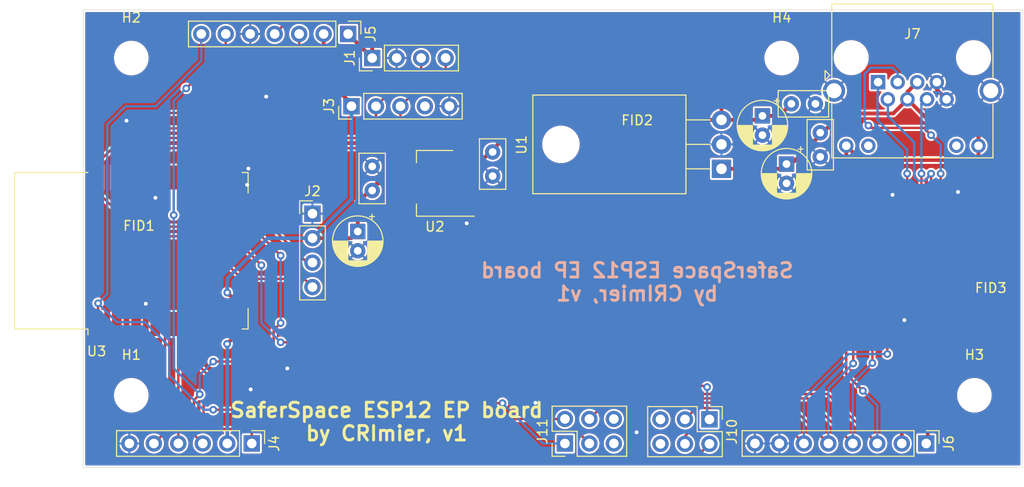
<source format=kicad_pcb>
(kicad_pcb (version 20171130) (host pcbnew 5.1.5+dfsg1-2build2)
  (layers (0 F.Cu signal) (31 B.Cu signal) (34 B.Paste user) (35 F.Paste user) (36 B.SilkS user) (37 F.SilkS user) (38 B.Mask user) (39 F.Mask user) (44 Edge.Cuts user))
  (net 0 "")
  (net 1 I2C_SCL)
  (net 2 I2C_SDA)
  (net 3 GND)
  (net 4 +5V)
  (net 5 K_SCL)
  (net 6 K_SDO)
  (net 7 +3V3)
  (net 8 "Net-(J3-Pad4)")
  (net 9 S_LAT)
  (net 10 S_CLK)
  (net 11 S_DAT)
  (net 12 S_PWM)
  (net 13 RST)
  (net 14 RX)
  (net 15 TX)
  (net 16 R2)
  (net 17 R1)
  (net 18 T2)
  (net 19 T1)
  (net 20 "Net-(J7-Pad11)")
  (net 21 "Net-(J7-Pad10)")
  (net 22 T-)
  (net 23 T+)
  (net 24 R-)
  (net 25 R+)
  (net 26 LED_WORKING)
  (net 27 "Net-(U3-Pad3)")
  (net 28 ADC)
  (net 29 +VDC)
  (module Capacitor_THT:CP_Radial_D5.0mm_P2.00mm (layer F.Cu) (at 185.5 98.5 270)
    (fp_text reference C11 hide)
    (fp_text value 10uF)
    (pad 2 thru_hole circle (at 2 0 270) (size 1.6 1.6) (drill 0.8) (layers *.Cu *.Mask) (net 3 GND))
    (pad 1 thru_hole rect (at 0 0 270) (size 1.6 1.6) (drill 0.8) (layers *.Cu *.Mask) (net 29 +VDC))
  )
  (module Capacitor_THT:CP_Radial_D5.0mm_P2.00mm (layer F.Cu) (at 141 105.5 270)
    (fp_text reference C12 hide)
    (fp_text value 10uF)
    (pad 2 thru_hole circle (at 2 0 270) (size 1.6 1.6) (drill 0.8) (layers *.Cu *.Mask) (net 3 GND))
    (pad 1 thru_hole rect (at 0 0 270) (size 1.6 1.6) (drill 0.8) (layers *.Cu *.Mask) (net 7 +3V3))
  )
  (module Capacitor_THT:CP_Radial_D5.0mm_P2.00mm (layer F.Cu) (at 183 93.5 270)
    (fp_text reference C10 hide)
    (fp_text value 10uF)
    (pad 2 thru_hole circle (at 2 0 270) (size 1.6 1.6) (drill 0.8) (layers *.Cu *.Mask) (net 3 GND))
    (pad 1 thru_hole rect (at 0 0 270) (size 1.6 1.6) (drill 0.8) (layers *.Cu *.Mask) (net 4 +5V))
  )
  (module Capacitor_THT:C_Disc_D5.0mm_W2.5mm_P2.50mm (layer F.Cu) (at 186 92.25)
    (fp_text reference C7 hide)
    (fp_text value 100nF)
    (pad 2 thru_hole circle (at 2.5 0) (size 1.6 1.6) (drill 0.8) (layers *.Cu *.Mask) (net 3 GND))
    (pad 1 thru_hole circle (at 0 0) (size 1.6 1.6) (drill 0.8) (layers *.Cu *.Mask) (net 4 +5V))
  )
  (module Capacitor_THT:C_Disc_D5.0mm_W2.5mm_P2.50mm (layer F.Cu) (at 189 95.25 270)
    (fp_text reference C6 hide)
    (fp_text value 100nF)
    (pad 2 thru_hole circle (at 2.5 0 270) (size 1.6 1.6) (drill 0.8) (layers *.Cu *.Mask) (net 3 GND))
    (pad 1 thru_hole circle (at 0 0 270) (size 1.6 1.6) (drill 0.8) (layers *.Cu *.Mask) (net 29 +VDC))
  )
  (module Capacitor_THT:C_Disc_D5.0mm_W2.5mm_P2.50mm (layer F.Cu) (at 142.5 101.25 90)
    (fp_text reference C5 hide)
    (fp_text value 100nF)
    (pad 2 thru_hole circle (at 2.5 0 90) (size 1.6 1.6) (drill 0.8) (layers *.Cu *.Mask) (net 3 GND))
    (pad 1 thru_hole circle (at 0 0 90) (size 1.6 1.6) (drill 0.8) (layers *.Cu *.Mask) (net 7 +3V3))
  )
  (module Capacitor_THT:C_Disc_D5.0mm_W2.5mm_P2.50mm (layer F.Cu) (at 155 97.25 270)
    (fp_text reference C4 hide)
    (fp_text value 100nF)
    (pad 2 thru_hole circle (at 2.5 0 270) (size 1.6 1.6) (drill 0.8) (layers *.Cu *.Mask) (net 3 GND))
    (pad 1 thru_hole circle (at 0 0 270) (size 1.6 1.6) (drill 0.8) (layers *.Cu *.Mask) (net 4 +5V))
  )
  (module MountingHole:MountingHole_3.2mm_M3 (layer F.Cu) (at 185 87.5)
    (fp_text reference H4 (at 0 -4.2) (layer F.SilkS))
    (fp_text value MountingHole)
    (pad 1 np_thru_hole circle (at 0 0) (size 3.2 3.2) (drill 3.2) (layers *.Cu *.Mask))
  )
  (module MountingHole:MountingHole_3.2mm_M3 (layer F.Cu) (at 205 122.5)
    (fp_text reference H3 (at 0 -4.2) (layer F.SilkS))
    (fp_text value MountingHole)
    (pad 1 np_thru_hole circle (at 0 0) (size 3.2 3.2) (drill 3.2) (layers *.Cu *.Mask))
  )
  (module MountingHole:MountingHole_3.2mm_M3 (layer F.Cu) (at 117.5 87.5)
    (fp_text reference H2 (at 0 -4.2) (layer F.SilkS))
    (fp_text value MountingHole)
    (pad 1 np_thru_hole circle (at 0 0) (size 3.2 3.2) (drill 3.2) (layers *.Cu *.Mask))
  )
  (module MountingHole:MountingHole_3.2mm_M3 (layer F.Cu) (at 117.5 122.5)
    (fp_text reference H1 (at 0 -4.2) (layer F.SilkS))
    (fp_text value MountingHole)
    (pad 1 np_thru_hole circle (at 0 0) (size 3.2 3.2) (drill 3.2) (layers *.Cu *.Mask))
  )
  (module Fiducial:Fiducial_1mm_Mask3mm (layer F.Cu) (at 206.7 113.9)
    (fp_text reference FID3 (at 0 -2.54) (layer F.SilkS))
    (fp_text value Fiducial)
    (pad "" smd circle (at 0 0) (size 1 1) (layers F.Cu F.Mask) (clearance 1))
  )
  (module Fiducial:Fiducial_1mm_Mask3mm (layer F.Cu) (at 170 96.5)
    (fp_text reference FID2 (at 0 -2.54) (layer F.SilkS))
    (fp_text value Fiducial)
    (pad "" smd circle (at 0 0) (size 1 1) (layers F.Cu F.Mask) (clearance 1))
  )
  (module Fiducial:Fiducial_1mm_Mask3mm (layer F.Cu) (at 118.3 107.45)
    (fp_text reference FID1 (at 0 -2.54) (layer F.SilkS))
    (fp_text value Fiducial)
    (pad "" smd circle (at 0 0) (size 1 1) (layers F.Cu F.Mask) (clearance 1))
  )
  (module RF_Module:ESP-12E (layer F.Cu) (at 117.5 107.5 90)
    (fp_text reference U3 (at -10.44 -3.6 180) (layer F.SilkS))
    (fp_text value ESP-12E)
    (pad 22 smd rect (at 7.6 -3.5 90) (size 2.5 1) (layers F.Cu F.Paste F.Mask) (net 15 TX))
    (pad 21 smd rect (at 7.6 -1.5 90) (size 2.5 1) (layers F.Cu F.Paste F.Mask) (net 14 RX))
    (pad 20 smd rect (at 7.6 0.5 90) (size 2.5 1) (layers F.Cu F.Paste F.Mask) (net 2 I2C_SDA))
    (pad 19 smd rect (at 7.6 2.5 90) (size 2.5 1) (layers F.Cu F.Paste F.Mask) (net 1 I2C_SCL))
    (pad 18 smd rect (at 7.6 4.5 90) (size 2.5 1) (layers F.Cu F.Paste F.Mask) (net 11 S_DAT))
    (pad 17 smd rect (at 7.6 6.5 90) (size 2.5 1) (layers F.Cu F.Paste F.Mask) (net 26 LED_WORKING))
    (pad 16 smd rect (at 7.6 8.5 90) (size 2.5 1) (layers F.Cu F.Paste F.Mask) (net 6 K_SDO))
    (pad 15 smd rect (at 7.6 10.5 90) (size 2.5 1) (layers F.Cu F.Paste F.Mask) (net 3 GND))
    (pad 8 smd rect (at -7.6 10.5 90) (size 2.5 1) (layers F.Cu F.Paste F.Mask) (net 7 +3V3))
    (pad 7 smd rect (at -7.6 8.5 90) (size 2.5 1) (layers F.Cu F.Paste F.Mask) (net 5 K_SCL))
    (pad 6 smd rect (at -7.6 6.5 90) (size 2.5 1) (layers F.Cu F.Paste F.Mask) (net 12 S_PWM))
    (pad 5 smd rect (at -7.6 4.5 90) (size 2.5 1) (layers F.Cu F.Paste F.Mask) (net 10 S_CLK))
    (pad 4 smd rect (at -7.6 2.5 90) (size 2.5 1) (layers F.Cu F.Paste F.Mask) (net 9 S_LAT))
    (pad 3 smd rect (at -7.6 0.5 90) (size 2.5 1) (layers F.Cu F.Paste F.Mask) (net 27 "Net-(U3-Pad3)"))
    (pad 2 smd rect (at -7.6 -1.5 90) (size 2.5 1) (layers F.Cu F.Paste F.Mask) (net 28 ADC))
    (pad 1 smd rect (at -7.6 -3.5 90) (size 2.5 1) (layers F.Cu F.Paste F.Mask) (net 13 RST))
  )
  (module Package_TO_SOT_SMD:SOT-223-3_TabPin2 (layer F.Cu) (at 149 100.5 180)
    (fp_text reference U2 (at 0 -4.5) (layer F.SilkS))
    (fp_text value AP1117-33)
    (pad 1 smd rect (at -3.15 -2.3 180) (size 2 1.5) (layers F.Cu F.Paste F.Mask) (net 3 GND))
    (pad 3 smd rect (at -3.15 2.3 180) (size 2 1.5) (layers F.Cu F.Paste F.Mask) (net 4 +5V))
    (pad 2 smd rect (at -3.15 0 180) (size 2 1.5) (layers F.Cu F.Paste F.Mask) (net 7 +3V3))
    (pad 2 smd rect (at 3.15 0 180) (size 2 3.8) (layers F.Cu F.Paste F.Mask) (net 7 +3V3))
  )
  (module Package_TO_SOT_THT:TO-220-3_Horizontal_TabDown (layer F.Cu) (at 178.75 99 90)
    (fp_text reference U1 (at 2.5 -20.75 90) (layer F.SilkS))
    (fp_text value L7805)
    (pad 3 thru_hole oval (at 5.08 0 90) (size 1.905 2) (drill 1.1) (layers *.Cu *.Mask) (net 4 +5V))
    (pad 2 thru_hole oval (at 2.54 0 90) (size 1.905 2) (drill 1.1) (layers *.Cu *.Mask) (net 3 GND))
    (pad 1 thru_hole rect (at 0 0 90) (size 1.905 2) (drill 1.1) (layers *.Cu *.Mask) (net 29 +VDC))
    (pad "" np_thru_hole oval (at 2.54 -16.66 90) (size 3.5 3.5) (drill 3.5) (layers *.Cu *.Mask))
  )
  (module Connector_PinHeader_2.54mm:PinHeader_2x03_P2.54mm_Vertical (layer F.Cu) (at 162.5 127.5 90)
    (fp_text reference J11 (at 1.27 -2.33 90) (layer F.SilkS))
    (fp_text value 485_or_STR_RX)
    (pad 6 thru_hole oval (at 2.54 5.08 90) (size 1.7 1.7) (drill 1) (layers *.Cu *.Mask) (net 24 R-))
    (pad 5 thru_hole oval (at 0 5.08 90) (size 1.7 1.7) (drill 1) (layers *.Cu *.Mask) (net 25 R+))
    (pad 4 thru_hole oval (at 2.54 2.54 90) (size 1.7 1.7) (drill 1) (layers *.Cu *.Mask) (net 16 R2))
    (pad 3 thru_hole oval (at 0 2.54 90) (size 1.7 1.7) (drill 1) (layers *.Cu *.Mask) (net 17 R1))
    (pad 2 thru_hole oval (at 2.54 0 90) (size 1.7 1.7) (drill 1) (layers *.Cu *.Mask) (net 11 S_DAT))
    (pad 1 thru_hole rect (at 0 0 90) (size 1.7 1.7) (drill 1) (layers *.Cu *.Mask) (net 14 RX))
  )
  (module Connector_PinHeader_2.54mm:PinHeader_2x03_P2.54mm_Vertical (layer F.Cu) (at 177.5 125 270)
    (fp_text reference J10 (at 1.27 -2.33 90) (layer F.SilkS))
    (fp_text value 485_or_STR_TX)
    (pad 6 thru_hole oval (at 2.54 5.08 270) (size 1.7 1.7) (drill 1) (layers *.Cu *.Mask) (net 22 T-))
    (pad 5 thru_hole oval (at 0 5.08 270) (size 1.7 1.7) (drill 1) (layers *.Cu *.Mask) (net 23 T+))
    (pad 4 thru_hole oval (at 2.54 2.54 270) (size 1.7 1.7) (drill 1) (layers *.Cu *.Mask) (net 18 T2))
    (pad 3 thru_hole oval (at 0 2.54 270) (size 1.7 1.7) (drill 1) (layers *.Cu *.Mask) (net 19 T1))
    (pad 2 thru_hole oval (at 2.54 0 270) (size 1.7 1.7) (drill 1) (layers *.Cu *.Mask) (net 13 RST))
    (pad 1 thru_hole rect (at 0 0 270) (size 1.7 1.7) (drill 1) (layers *.Cu *.Mask) (net 15 TX))
  )
  (module Connector_RJ:RJ45_Amphenol_RJHSE538X (layer F.Cu) (at 195 90)
    (fp_text reference J7 (at 3.56 -5) (layer F.SilkS))
    (fp_text value COMM_RJ)
    (pad 12 thru_hole circle (at 10.42 6.6) (size 1.5 1.5) (drill 0.89) (layers *.Cu *.Mask) (net 29 +VDC))
    (pad 11 thru_hole circle (at 8.13 6.6) (size 1.5 1.5) (drill 0.89) (layers *.Cu *.Mask) (net 20 "Net-(J7-Pad11)"))
    (pad 10 thru_hole circle (at -1.01 6.6) (size 1.5 1.5) (drill 0.89) (layers *.Cu *.Mask) (net 21 "Net-(J7-Pad10)"))
    (pad 9 thru_hole circle (at -3.3 6.6) (size 1.5 1.5) (drill 0.89) (layers *.Cu *.Mask) (net 4 +5V))
    (pad SH thru_hole circle (at -4.57 0.89) (size 2.3 2.3) (drill 1.57) (layers *.Cu *.Mask) (net 3 GND))
    (pad SH thru_hole circle (at 11.69 0.89) (size 2.3 2.3) (drill 1.57) (layers *.Cu *.Mask) (net 3 GND))
    (pad "" np_thru_hole circle (at 9.91 -2.54) (size 3.25 3.25) (drill 3.25) (layers *.Cu *.Mask))
    (pad "" np_thru_hole circle (at -2.79 -2.54) (size 3.25 3.25) (drill 3.25) (layers *.Cu *.Mask))
    (pad 8 thru_hole circle (at 7.112 1.78) (size 1.5 1.5) (drill 0.89) (layers *.Cu *.Mask) (net 3 GND))
    (pad 6 thru_hole circle (at 5.08 1.78) (size 1.5 1.5) (drill 0.89) (layers *.Cu *.Mask) (net 19 T1))
    (pad 4 thru_hole circle (at 3.048 1.78) (size 1.5 1.5) (drill 0.89) (layers *.Cu *.Mask) (net 29 +VDC))
    (pad 2 thru_hole circle (at 1.016 1.78) (size 1.5 1.5) (drill 0.89) (layers *.Cu *.Mask) (net 16 R2))
    (pad 7 thru_hole circle (at 6.096 0) (size 1.5 1.5) (drill 0.89) (layers *.Cu *.Mask) (net 3 GND))
    (pad 5 thru_hole circle (at 4.064 0) (size 1.5 1.5) (drill 0.89) (layers *.Cu *.Mask) (net 29 +VDC))
    (pad 3 thru_hole circle (at 2.032 0) (size 1.5 1.5) (drill 0.89) (layers *.Cu *.Mask) (net 18 T2))
    (pad 1 thru_hole rect (at 0 0) (size 1.5 1.5) (drill 0.89) (layers *.Cu *.Mask) (net 17 R1))
  )
  (module Connector_PinHeader_2.54mm:PinHeader_1x08_P2.54mm_Vertical (layer F.Cu) (at 200 127.5 270)
    (fp_text reference J6 (at 0 -2.33 90) (layer F.SilkS))
    (fp_text value COMM)
    (pad 8 thru_hole oval (at 0 17.78 270) (size 1.7 1.7) (drill 1) (layers *.Cu *.Mask) (net 3 GND))
    (pad 7 thru_hole oval (at 0 15.24 270) (size 1.7 1.7) (drill 1) (layers *.Cu *.Mask) (net 3 GND))
    (pad 6 thru_hole oval (at 0 12.7 270) (size 1.7 1.7) (drill 1) (layers *.Cu *.Mask) (net 18 T2))
    (pad 5 thru_hole oval (at 0 10.16 270) (size 1.7 1.7) (drill 1) (layers *.Cu *.Mask) (net 19 T1))
    (pad 4 thru_hole oval (at 0 7.62 270) (size 1.7 1.7) (drill 1) (layers *.Cu *.Mask) (net 16 R2))
    (pad 3 thru_hole oval (at 0 5.08 270) (size 1.7 1.7) (drill 1) (layers *.Cu *.Mask) (net 17 R1))
    (pad 2 thru_hole oval (at 0 2.54 270) (size 1.7 1.7) (drill 1) (layers *.Cu *.Mask) (net 4 +5V))
    (pad 1 thru_hole rect (at 0 0 270) (size 1.7 1.7) (drill 1) (layers *.Cu *.Mask) (net 29 +VDC))
  )
  (module Connector_PinHeader_2.54mm:PinHeader_1x07_P2.54mm_Vertical (layer F.Cu) (at 140 85 270)
    (fp_text reference J5 (at 0 -2.33 90) (layer F.SilkS))
    (fp_text value PROG)
    (pad 7 thru_hole oval (at 0 15.24 270) (size 1.7 1.7) (drill 1) (layers *.Cu *.Mask) (net 13 RST))
    (pad 6 thru_hole oval (at 0 12.7 270) (size 1.7 1.7) (drill 1) (layers *.Cu *.Mask) (net 11 S_DAT))
    (pad 5 thru_hole oval (at 0 10.16 270) (size 1.7 1.7) (drill 1) (layers *.Cu *.Mask) (net 3 GND))
    (pad 4 thru_hole oval (at 0 7.62 270) (size 1.7 1.7) (drill 1) (layers *.Cu *.Mask) (net 14 RX))
    (pad 3 thru_hole oval (at 0 5.08 270) (size 1.7 1.7) (drill 1) (layers *.Cu *.Mask) (net 15 TX))
    (pad 2 thru_hole oval (at 0 2.54 270) (size 1.7 1.7) (drill 1) (layers *.Cu *.Mask) (net 7 +3V3))
    (pad 1 thru_hole rect (at 0 0 270) (size 1.7 1.7) (drill 1) (layers *.Cu *.Mask) (net 4 +5V))
  )
  (module Connector_PinHeader_2.54mm:PinHeader_1x06_P2.54mm_Vertical (layer F.Cu) (at 130 127.5 270)
    (fp_text reference J4 (at 0 -2.33 90) (layer F.SilkS))
    (fp_text value SHIFT)
    (pad 6 thru_hole oval (at 0 12.7 270) (size 1.7 1.7) (drill 1) (layers *.Cu *.Mask) (net 3 GND))
    (pad 5 thru_hole oval (at 0 10.16 270) (size 1.7 1.7) (drill 1) (layers *.Cu *.Mask) (net 9 S_LAT))
    (pad 4 thru_hole oval (at 0 7.62 270) (size 1.7 1.7) (drill 1) (layers *.Cu *.Mask) (net 10 S_CLK))
    (pad 3 thru_hole oval (at 0 5.08 270) (size 1.7 1.7) (drill 1) (layers *.Cu *.Mask) (net 11 S_DAT))
    (pad 2 thru_hole oval (at 0 2.54 270) (size 1.7 1.7) (drill 1) (layers *.Cu *.Mask) (net 7 +3V3))
    (pad 1 thru_hole rect (at 0 0 270) (size 1.7 1.7) (drill 1) (layers *.Cu *.Mask) (net 12 S_PWM))
  )
  (module Connector_PinHeader_2.54mm:PinHeader_1x05_P2.54mm_Vertical (layer F.Cu) (at 140.350001 92.5 90)
    (fp_text reference J3 (at 0 -2.33 90) (layer F.SilkS))
    (fp_text value I2C_RPI)
    (pad 5 thru_hole oval (at 0 10.16 90) (size 1.7 1.7) (drill 1) (layers *.Cu *.Mask) (net 3 GND))
    (pad 4 thru_hole oval (at 0 7.62 90) (size 1.7 1.7) (drill 1) (layers *.Cu *.Mask) (net 8 "Net-(J3-Pad4)"))
    (pad 3 thru_hole oval (at 0 5.08 90) (size 1.7 1.7) (drill 1) (layers *.Cu *.Mask) (net 1 I2C_SCL))
    (pad 2 thru_hole oval (at 0 2.54 90) (size 1.7 1.7) (drill 1) (layers *.Cu *.Mask) (net 2 I2C_SDA))
    (pad 1 thru_hole rect (at 0 0 90) (size 1.7 1.7) (drill 1) (layers *.Cu *.Mask) (net 7 +3V3))
  )
  (module Connector_PinHeader_2.54mm:PinHeader_1x04_P2.54mm_Vertical (layer F.Cu) (at 136.3 103.65)
    (fp_text reference J2 (at 0 -2.33) (layer F.SilkS))
    (fp_text value KP)
    (pad 4 thru_hole oval (at 0 7.62) (size 1.7 1.7) (drill 1) (layers *.Cu *.Mask) (net 5 K_SCL))
    (pad 3 thru_hole oval (at 0 5.08) (size 1.7 1.7) (drill 1) (layers *.Cu *.Mask) (net 6 K_SDO))
    (pad 2 thru_hole oval (at 0 2.54) (size 1.7 1.7) (drill 1) (layers *.Cu *.Mask) (net 7 +3V3))
    (pad 1 thru_hole rect (at 0 0) (size 1.7 1.7) (drill 1) (layers *.Cu *.Mask) (net 3 GND))
  )
  (module Connector_PinHeader_2.54mm:PinHeader_1x04_P2.54mm_Vertical (layer F.Cu) (at 142.5 87.5 90)
    (fp_text reference J1 (at 0 -2.33 90) (layer F.SilkS))
    (fp_text value LCD)
    (pad 4 thru_hole oval (at 0 7.62 90) (size 1.7 1.7) (drill 1) (layers *.Cu *.Mask) (net 1 I2C_SCL))
    (pad 3 thru_hole oval (at 0 5.08 90) (size 1.7 1.7) (drill 1) (layers *.Cu *.Mask) (net 2 I2C_SDA))
    (pad 2 thru_hole oval (at 0 2.54 90) (size 1.7 1.7) (drill 1) (layers *.Cu *.Mask) (net 3 GND))
    (pad 1 thru_hole rect (at 0 0 90) (size 1.7 1.7) (drill 1) (layers *.Cu *.Mask) (net 4 +5V))
  )
  (gr_text "SaferSpace ESP12 EP board\nby CRImier, v1" (at 170 110.75) (layer B.SilkS) (effects (font (size 1.5 1.5) (thickness 0.3)) (justify mirror)))
  (gr_text "SaferSpace ESP12 EP board\nby CRImier, v1" (at 144 125.25) (layer F.SilkS) (effects (font (size 1.5 1.5) (thickness 0.3))))
  (gr_line (start 210 82.5) (end 112.5 82.5) (layer Edge.Cuts) (width 0.05))
  (gr_line (start 210 130) (end 210 82.5) (layer Edge.Cuts) (width 0.05))
  (gr_line (start 112.5 130) (end 210 130) (layer Edge.Cuts) (width 0.05))
  (gr_line (start 112.5 82.5) (end 112.5 130) (layer Edge.Cuts) (width 0.05))
  (segment (start 145.430001 92.5) (end 146.780001 91.15) (width 0.25) (layer F.Cu) (net 1))
  (segment (start 146.780001 91.15) (end 147.45 91.15) (width 0.25) (layer F.Cu) (net 1))
  (segment (start 147.45 91.15) (end 148.75 89.85) (width 0.25) (layer F.Cu) (net 1))
  (segment (start 148.75 89.85) (end 149.65 89.85) (width 0.25) (layer F.Cu) (net 1))
  (segment (start 150.12 89.38) (end 150.12 87.5) (width 0.25) (layer F.Cu) (net 1))
  (segment (start 149.65 89.85) (end 150.12 89.38) (width 0.25) (layer F.Cu) (net 1))
  (segment (start 120 99.9) (end 120 98.4) (width 0.25) (layer F.Cu) (net 1))
  (segment (start 120 98.4) (end 121.55 96.85) (width 0.25) (layer F.Cu) (net 1))
  (segment (start 121.55 96.85) (end 142.6 96.85) (width 0.25) (layer F.Cu) (net 1))
  (segment (start 145.430001 94.019999) (end 145.430001 92.5) (width 0.25) (layer F.Cu) (net 1))
  (segment (start 142.6 96.85) (end 145.430001 94.019999) (width 0.25) (layer F.Cu) (net 1))
  (segment (start 118 98.4) (end 120.6 95.8) (width 0.25) (layer F.Cu) (net 2))
  (segment (start 118 99.9) (end 118 98.4) (width 0.25) (layer F.Cu) (net 2))
  (segment (start 120.6 95.8) (end 141.2 95.8) (width 0.25) (layer F.Cu) (net 2))
  (segment (start 142.890001 94.109999) (end 142.890001 92.5) (width 0.25) (layer F.Cu) (net 2))
  (segment (start 141.2 95.8) (end 142.890001 94.109999) (width 0.25) (layer F.Cu) (net 2))
  (segment (start 143.74 91.650001) (end 143.74 91.61) (width 0.25) (layer F.Cu) (net 2))
  (segment (start 142.890001 92.5) (end 143.74 91.650001) (width 0.25) (layer F.Cu) (net 2))
  (segment (start 143.74 91.61) (end 145.1 90.25) (width 0.25) (layer F.Cu) (net 2))
  (segment (start 145.1 90.25) (end 146.7 90.25) (width 0.25) (layer F.Cu) (net 2))
  (segment (start 147.58 89.37) (end 147.58 87.5) (width 0.25) (layer F.Cu) (net 2))
  (segment (start 146.7 90.25) (end 147.58 89.37) (width 0.25) (layer F.Cu) (net 2))
  (via (at 119 113) (size 0.8) (drill 0.4) (layers F.Cu B.Cu) (net 3))
  (via (at 117 94) (size 0.8) (drill 0.4) (layers F.Cu B.Cu) (net 3))
  (via (at 120 102) (size 0.8) (drill 0.4) (layers F.Cu B.Cu) (net 3))
  (via (at 131.5 91.5) (size 0.8) (drill 0.4) (layers F.Cu B.Cu) (net 3))
  (via (at 197.73 114.7) (size 0.8) (drill 0.4) (layers F.Cu B.Cu) (net 3))
  (via (at 203.29 101.4) (size 0.8) (drill 0.4) (layers F.Cu B.Cu) (net 3))
  (via (at 196.5 101.7) (size 0.8) (drill 0.4) (layers F.Cu B.Cu) (net 3))
  (via (at 159.45 123.28) (size 0.8) (drill 0.4) (layers F.Cu B.Cu) (net 3))
  (via (at 129.89 121.89) (size 0.8) (drill 0.4) (layers F.Cu B.Cu) (net 3))
  (via (at 133.69 119.71) (size 0.8) (drill 0.4) (layers F.Cu B.Cu) (net 3))
  (via (at 152.31 104.65) (size 0.8) (drill 0.4) (layers F.Cu B.Cu) (net 3))
  (via (at 169.94 126.34) (size 0.8) (drill 0.4) (layers F.Cu B.Cu) (net 3))
  (via (at 129.65 98.97) (size 0.8) (drill 0.4) (layers F.Cu B.Cu) (net 3))
  (via (at 129.52 100.66) (size 0.8) (drill 0.4) (layers F.Cu B.Cu) (net 3))
  (segment (start 201.096 90.764) (end 202.112 91.78) (width 0.4) (layer F.Cu) (net 3))
  (segment (start 201.096 90) (end 201.096 90.764) (width 0.4) (layer F.Cu) (net 3))
  (segment (start 142.5 86.25) (end 143.85 84.9) (width 0.4) (layer F.Cu) (net 4))
  (segment (start 142.5 87.5) (end 142.5 86.25) (width 0.4) (layer F.Cu) (net 4))
  (segment (start 143.85 84.9) (end 156 84.9) (width 0.4) (layer F.Cu) (net 4))
  (segment (start 140 85) (end 142.5 87.5) (width 0.4) (layer F.Cu) (net 4))
  (segment (start 156.05 84.95) (end 156 84.9) (width 0.4) (layer F.Cu) (net 4))
  (segment (start 152.15 98.2) (end 152.3 98.2) (width 0.4) (layer F.Cu) (net 4))
  (segment (start 193.18 98.08) (end 191.7 96.6) (width 0.4) (layer F.Cu) (net 4))
  (segment (start 203.48 98.08) (end 193.18 98.08) (width 0.4) (layer F.Cu) (net 4))
  (segment (start 204.17 98.77) (end 203.48 98.08) (width 0.4) (layer F.Cu) (net 4))
  (segment (start 204.17 106.57) (end 204.17 98.77) (width 0.4) (layer F.Cu) (net 4))
  (segment (start 198.98 111.76) (end 204.17 106.57) (width 0.4) (layer F.Cu) (net 4))
  (segment (start 198.98 124.67) (end 198.98 111.76) (width 0.4) (layer F.Cu) (net 4))
  (segment (start 197.46 126.19) (end 198.98 124.67) (width 0.4) (layer F.Cu) (net 4))
  (segment (start 197.46 127.5) (end 197.46 126.19) (width 0.4) (layer F.Cu) (net 4))
  (segment (start 156.05 93.8) (end 156.05 95.95) (width 0.4) (layer F.Cu) (net 4))
  (segment (start 156.05 93.8) (end 156.05 84.95) (width 0.4) (layer F.Cu) (net 4))
  (segment (start 153.8 98.2) (end 152.15 98.2) (width 0.4) (layer F.Cu) (net 4))
  (segment (start 156.05 95.95) (end 153.8 98.2) (width 0.4) (layer F.Cu) (net 4))
  (segment (start 178.75 90.63) (end 173.02 84.9) (width 0.4) (layer F.Cu) (net 4))
  (segment (start 173.02 84.9) (end 156 84.9) (width 0.4) (layer F.Cu) (net 4))
  (segment (start 178.75 93.92) (end 178.75 90.63) (width 0.4) (layer F.Cu) (net 4))
  (segment (start 182.58 93.92) (end 183 93.5) (width 0.4) (layer F.Cu) (net 4))
  (segment (start 178.75 93.92) (end 182.58 93.92) (width 0.4) (layer F.Cu) (net 4))
  (segment (start 177.35 93.92) (end 178.75 93.92) (width 0.4) (layer F.Cu) (net 4))
  (segment (start 176.5 94.77) (end 177.35 93.92) (width 0.4) (layer F.Cu) (net 4))
  (segment (start 176.5 100.75) (end 176.5 94.77) (width 0.4) (layer F.Cu) (net 4))
  (segment (start 189.049999 101.700001) (end 177.450001 101.700001) (width 0.4) (layer F.Cu) (net 4))
  (segment (start 191.7 99.05) (end 189.049999 101.700001) (width 0.4) (layer F.Cu) (net 4))
  (segment (start 177.450001 101.700001) (end 176.5 100.75) (width 0.4) (layer F.Cu) (net 4))
  (segment (start 191.7 96.6) (end 191.7 99.05) (width 0.4) (layer F.Cu) (net 4))
  (segment (start 184.75 93.5) (end 186 92.25) (width 0.4) (layer F.Cu) (net 4))
  (segment (start 183 93.5) (end 184.75 93.5) (width 0.4) (layer F.Cu) (net 4))
  (segment (start 135.450001 110.420001) (end 128.970001 110.420001) (width 0.25) (layer F.Cu) (net 5))
  (segment (start 136.3 111.27) (end 135.450001 110.420001) (width 0.25) (layer F.Cu) (net 5))
  (segment (start 128.970001 110.420001) (end 127.8 109.25) (width 0.25) (layer F.Cu) (net 5))
  (segment (start 127.8 109.25) (end 127.05 109.25) (width 0.25) (layer F.Cu) (net 5))
  (segment (start 126 110.3) (end 126 115.1) (width 0.25) (layer F.Cu) (net 5))
  (segment (start 127.05 109.25) (end 126 110.3) (width 0.25) (layer F.Cu) (net 5))
  (segment (start 136.3 108.73) (end 135.73 108.73) (width 0.25) (layer F.Cu) (net 6))
  (segment (start 126 101.4) (end 127.6 103) (width 0.25) (layer F.Cu) (net 6))
  (segment (start 126 99.9) (end 126 101.4) (width 0.25) (layer F.Cu) (net 6))
  (segment (start 127.6 103) (end 130 103) (width 0.25) (layer F.Cu) (net 6))
  (segment (start 135.73 108.73) (end 130 103) (width 0.25) (layer F.Cu) (net 6))
  (segment (start 147.25 100.5) (end 152.15 100.5) (width 0.4) (layer F.Cu) (net 7))
  (segment (start 145.85 100.5) (end 147.25 100.5) (width 0.4) (layer F.Cu) (net 7))
  (segment (start 140.350001 102.139999) (end 140.350001 92.5) (width 0.4) (layer B.Cu) (net 7))
  (segment (start 136.3 106.19) (end 140.350001 102.139999) (width 0.4) (layer B.Cu) (net 7))
  (segment (start 131.66 106.19) (end 136.3 106.19) (width 0.4) (layer B.Cu) (net 7))
  (segment (start 127.46 110.39) (end 131.66 106.19) (width 0.4) (layer B.Cu) (net 7))
  (via (at 127.46 111.84) (size 0.8) (drill 0.4) (layers F.Cu B.Cu) (net 7))
  (segment (start 128 112.38) (end 127.46 111.84) (width 0.4) (layer F.Cu) (net 7))
  (segment (start 128 115.1) (end 128 112.38) (width 0.4) (layer F.Cu) (net 7))
  (segment (start 127.46 111.84) (end 127.46 110.39) (width 0.4) (layer B.Cu) (net 7))
  (segment (start 145.85 100.5) (end 143 100.5) (width 0.4) (layer F.Cu) (net 7))
  (segment (start 140.350001 92.25) (end 140.350001 92.5) (width 0.4) (layer F.Cu) (net 7))
  (segment (start 137.46 89.359999) (end 140.350001 92.25) (width 0.4) (layer F.Cu) (net 7))
  (segment (start 137.46 85) (end 137.46 89.359999) (width 0.4) (layer F.Cu) (net 7))
  (segment (start 127.46 117.15) (end 127.44 117.17) (width 0.25) (layer B.Cu) (net 7))
  (segment (start 127.46 117.13) (end 127.46 117.15) (width 0.25) (layer B.Cu) (net 7))
  (segment (start 127.46 127.5) (end 127.46 117.13) (width 0.4) (layer B.Cu) (net 7))
  (via (at 127.44 117.17) (size 0.8) (drill 0.4) (layers F.Cu B.Cu) (net 7))
  (segment (start 127.44 117.17) (end 127.98 116.63) (width 0.4) (layer F.Cu) (net 7))
  (segment (start 127.98 115.12) (end 128 115.1) (width 0.4) (layer F.Cu) (net 7))
  (segment (start 127.98 116.63) (end 127.98 115.12) (width 0.4) (layer F.Cu) (net 7))
  (segment (start 143 100.5) (end 141 102.5) (width 0.4) (layer F.Cu) (net 7))
  (segment (start 141 102.5) (end 141 105.5) (width 0.4) (layer F.Cu) (net 7))
  (segment (start 140.31 106.19) (end 141 105.5) (width 0.4) (layer F.Cu) (net 7))
  (segment (start 136.3 106.19) (end 140.31 106.19) (width 0.4) (layer F.Cu) (net 7))
  (segment (start 121 126.34) (end 119.84 127.5) (width 0.25) (layer F.Cu) (net 9))
  (segment (start 121 116.1) (end 121 126.34) (width 0.25) (layer F.Cu) (net 9))
  (segment (start 120 115.1) (end 121 116.1) (width 0.25) (layer F.Cu) (net 9))
  (segment (start 122.38 115.48) (end 122 115.1) (width 0.25) (layer F.Cu) (net 10))
  (segment (start 122.38 127.5) (end 122.38 115.48) (width 0.25) (layer F.Cu) (net 10))
  (via (at 124.6 122.4) (size 0.8) (drill 0.4) (layers F.Cu B.Cu) (net 11))
  (via (at 121.9 103.8) (size 0.8) (drill 0.4) (layers F.Cu B.Cu) (net 11))
  (segment (start 121.9 119.7) (end 121.9 103.8) (width 0.25) (layer B.Cu) (net 11))
  (segment (start 124.6 122.4) (end 121.9 119.7) (width 0.25) (layer B.Cu) (net 11))
  (segment (start 121.9 100) (end 122 99.9) (width 0.25) (layer F.Cu) (net 11))
  (segment (start 121.9 103.8) (end 121.9 100) (width 0.25) (layer F.Cu) (net 11))
  (via (at 123.2 90.65) (size 0.8) (drill 0.4) (layers F.Cu B.Cu) (net 11))
  (segment (start 123.599999 90.250001) (end 123.2 90.65) (width 0.25) (layer F.Cu) (net 11))
  (segment (start 127.3 85) (end 127.3 86.55) (width 0.25) (layer F.Cu) (net 11))
  (segment (start 121.9 103.8) (end 121.9 91.95) (width 0.25) (layer B.Cu) (net 11))
  (segment (start 127.3 86.55) (end 123.599999 90.250001) (width 0.25) (layer F.Cu) (net 11))
  (segment (start 121.9 91.95) (end 123.2 90.65) (width 0.25) (layer B.Cu) (net 11))
  (via (at 126 119) (size 0.8) (drill 0.4) (layers F.Cu B.Cu) (net 11))
  (segment (start 124.6 120.4) (end 126 119) (width 0.25) (layer B.Cu) (net 11))
  (segment (start 124.6 122.4) (end 124.6 120.4) (width 0.25) (layer B.Cu) (net 11))
  (segment (start 124 123) (end 124.6 122.4) (width 0.25) (layer F.Cu) (net 11))
  (segment (start 124 126.58) (end 124 123) (width 0.25) (layer F.Cu) (net 11))
  (segment (start 124.92 127.5) (end 124 126.58) (width 0.25) (layer F.Cu) (net 11))
  (segment (start 162.5 124.96) (end 139.26 124.96) (width 0.25) (layer F.Cu) (net 11))
  (segment (start 132.78 121.67) (end 136.01 121.67) (width 0.25) (layer F.Cu) (net 11))
  (segment (start 130.11 119) (end 132.78 121.67) (width 0.25) (layer F.Cu) (net 11))
  (segment (start 139.26 124.96) (end 136.01 121.67) (width 0.25) (layer F.Cu) (net 11))
  (segment (start 126 119) (end 130.11 119) (width 0.25) (layer F.Cu) (net 11))
  (segment (start 124 115.1) (end 124 118.85) (width 0.25) (layer F.Cu) (net 12))
  (segment (start 130 126.4) (end 129.6 126) (width 0.25) (layer F.Cu) (net 12))
  (segment (start 130 127.5) (end 130 126.4) (width 0.25) (layer F.Cu) (net 12))
  (segment (start 129.6 126) (end 126 126) (width 0.25) (layer F.Cu) (net 12))
  (segment (start 125 125) (end 125 123.073002) (width 0.25) (layer F.Cu) (net 12))
  (segment (start 126 126) (end 125 125) (width 0.25) (layer F.Cu) (net 12))
  (segment (start 125 123.073002) (end 126 122.073002) (width 0.25) (layer F.Cu) (net 12))
  (segment (start 126 122.073002) (end 126 121) (width 0.25) (layer F.Cu) (net 12))
  (segment (start 124 118.85) (end 126 121) (width 0.25) (layer F.Cu) (net 12))
  (via (at 114.05 112.95) (size 0.8) (drill 0.4) (layers F.Cu B.Cu) (net 13))
  (segment (start 114.05 115.05) (end 114 115.1) (width 0.25) (layer F.Cu) (net 13))
  (segment (start 114.05 112.95) (end 114.05 115.05) (width 0.25) (layer F.Cu) (net 13))
  (segment (start 114.05 112.95) (end 116 114.9) (width 0.25) (layer B.Cu) (net 13))
  (segment (start 116 114.9) (end 118.9 114.9) (width 0.25) (layer B.Cu) (net 13))
  (segment (start 121.44999 117.44999) (end 121.44999 120.44999) (width 0.25) (layer B.Cu) (net 13))
  (segment (start 118.9 114.9) (end 121.44999 117.44999) (width 0.25) (layer B.Cu) (net 13))
  (via (at 126 124) (size 0.8) (drill 0.4) (layers F.Cu B.Cu) (net 13))
  (segment (start 125 124) (end 126 124) (width 0.25) (layer B.Cu) (net 13))
  (segment (start 121.44999 120.44999) (end 125 124) (width 0.25) (layer B.Cu) (net 13))
  (segment (start 126 124) (end 136.75 124) (width 0.25) (layer F.Cu) (net 13))
  (segment (start 176.14 128.9) (end 177.5 127.54) (width 0.25) (layer F.Cu) (net 13))
  (segment (start 115 94.41) (end 115 112) (width 0.25) (layer B.Cu) (net 13))
  (segment (start 116.9 92.51) (end 115 94.41) (width 0.25) (layer B.Cu) (net 13))
  (segment (start 115 112) (end 114.05 112.95) (width 0.25) (layer B.Cu) (net 13))
  (segment (start 120.04 92.51) (end 116.9 92.51) (width 0.25) (layer B.Cu) (net 13))
  (segment (start 124.76 87.79) (end 120.04 92.51) (width 0.25) (layer B.Cu) (net 13))
  (segment (start 124.76 85) (end 124.76 87.79) (width 0.25) (layer B.Cu) (net 13))
  (segment (start 138.79 126.04) (end 144.69 126.04) (width 0.25) (layer F.Cu) (net 13))
  (segment (start 136.75 124) (end 138.79 126.04) (width 0.25) (layer F.Cu) (net 13))
  (segment (start 144.69 126.04) (end 147.54 128.89) (width 0.25) (layer F.Cu) (net 13))
  (segment (start 147.54 128.89) (end 176.14 128.9) (width 0.25) (layer F.Cu) (net 13))
  (segment (start 116 102.744998) (end 116.255002 103) (width 0.25) (layer F.Cu) (net 14))
  (segment (start 116 99.9) (end 116 102.744998) (width 0.25) (layer F.Cu) (net 14))
  (segment (start 116.255002 103) (end 119 103) (width 0.25) (layer F.Cu) (net 14))
  (segment (start 119 103) (end 121 105) (width 0.25) (layer F.Cu) (net 14))
  (via (at 133 108) (size 0.8) (drill 0.4) (layers F.Cu B.Cu) (net 14))
  (segment (start 130 105) (end 133 108) (width 0.25) (layer F.Cu) (net 14))
  (segment (start 121 105) (end 130 105) (width 0.25) (layer F.Cu) (net 14))
  (via (at 133 115) (size 0.8) (drill 0.4) (layers F.Cu B.Cu) (net 14))
  (segment (start 133 108) (end 133 115) (width 0.25) (layer B.Cu) (net 14))
  (segment (start 133.555001 83.824999) (end 133.229999 84.150001) (width 0.25) (layer F.Cu) (net 14))
  (segment (start 133.229999 84.150001) (end 132.38 85) (width 0.25) (layer F.Cu) (net 14))
  (segment (start 135.484001 83.824999) (end 133.555001 83.824999) (width 0.25) (layer F.Cu) (net 14))
  (segment (start 136.095001 88.554999) (end 136.095001 84.435999) (width 0.25) (layer F.Cu) (net 14))
  (segment (start 129.85 94.8) (end 136.095001 88.554999) (width 0.25) (layer F.Cu) (net 14))
  (segment (start 136.095001 84.435999) (end 135.484001 83.824999) (width 0.25) (layer F.Cu) (net 14))
  (segment (start 116 98.4) (end 119.6 94.8) (width 0.25) (layer F.Cu) (net 14))
  (segment (start 119.6 94.8) (end 129.85 94.8) (width 0.25) (layer F.Cu) (net 14))
  (segment (start 116 99.9) (end 116 98.4) (width 0.25) (layer F.Cu) (net 14))
  (segment (start 132.274999 117.338589) (end 133.27641 118.34) (width 0.25) (layer F.Cu) (net 14))
  (segment (start 132.274999 115.725001) (end 132.274999 117.338589) (width 0.25) (layer F.Cu) (net 14))
  (segment (start 133 115) (end 132.274999 115.725001) (width 0.25) (layer F.Cu) (net 14))
  (segment (start 133.27641 118.34) (end 135.84 118.34) (width 0.25) (layer F.Cu) (net 14))
  (segment (start 135.84 118.34) (end 140.82 123.32) (width 0.25) (layer F.Cu) (net 14))
  (via (at 156.02 123.32) (size 0.8) (drill 0.4) (layers F.Cu B.Cu) (net 14))
  (segment (start 140.82 123.32) (end 156.02 123.32) (width 0.25) (layer F.Cu) (net 14))
  (segment (start 160.2 127.5) (end 162.5 127.5) (width 0.25) (layer B.Cu) (net 14))
  (segment (start 156.02 123.32) (end 160.2 127.5) (width 0.25) (layer B.Cu) (net 14))
  (segment (start 134.92 86.68) (end 134.92 85) (width 0.25) (layer F.Cu) (net 15))
  (segment (start 128.4 93.2) (end 134.92 86.68) (width 0.25) (layer F.Cu) (net 15))
  (segment (start 119.2 93.2) (end 128.4 93.2) (width 0.25) (layer F.Cu) (net 15))
  (segment (start 114 98.4) (end 119.2 93.2) (width 0.25) (layer F.Cu) (net 15))
  (segment (start 114 99.9) (end 114 98.4) (width 0.25) (layer F.Cu) (net 15))
  (via (at 131 109) (size 0.8) (drill 0.4) (layers F.Cu B.Cu) (net 15))
  (via (at 133 117) (size 0.8) (drill 0.4) (layers F.Cu B.Cu) (net 15))
  (segment (start 131 115) (end 133 117) (width 0.25) (layer B.Cu) (net 15))
  (segment (start 131 109) (end 131 115) (width 0.25) (layer B.Cu) (net 15))
  (segment (start 133 117) (end 134 117) (width 0.25) (layer F.Cu) (net 15))
  (segment (start 134 117) (end 137.48 117) (width 0.25) (layer F.Cu) (net 15))
  (segment (start 137.48 117) (end 142.01 121.53) (width 0.25) (layer F.Cu) (net 15))
  (via (at 177.26 121.644981) (size 0.8) (drill 0.4) (layers F.Cu B.Cu) (net 15))
  (segment (start 177.145019 121.53) (end 177.26 121.644981) (width 0.25) (layer F.Cu) (net 15))
  (segment (start 142.01 121.53) (end 177.145019 121.53) (width 0.25) (layer F.Cu) (net 15))
  (segment (start 177.26 124.76) (end 177.5 125) (width 0.25) (layer B.Cu) (net 15))
  (segment (start 177.26 121.644981) (end 177.26 124.76) (width 0.25) (layer B.Cu) (net 15))
  (segment (start 128 106) (end 131 109) (width 0.25) (layer F.Cu) (net 15))
  (segment (start 120.86 106) (end 128 106) (width 0.25) (layer F.Cu) (net 15))
  (segment (start 116.6 104) (end 118.86 104) (width 0.25) (layer F.Cu) (net 15))
  (segment (start 114 101.4) (end 116.6 104) (width 0.25) (layer F.Cu) (net 15))
  (segment (start 118.86 104) (end 120.86 106) (width 0.25) (layer F.Cu) (net 15))
  (segment (start 114 99.9) (end 114 101.4) (width 0.25) (layer F.Cu) (net 15))
  (segment (start 191.530001 126.650001) (end 192.38 127.5) (width 0.25) (layer F.Cu) (net 16))
  (segment (start 187.69999 122.81999) (end 191.530001 126.650001) (width 0.25) (layer F.Cu) (net 16))
  (segment (start 167.18001 122.81999) (end 187.69999 122.81999) (width 0.25) (layer F.Cu) (net 16))
  (segment (start 165.04 124.96) (end 167.18001 122.81999) (width 0.25) (layer F.Cu) (net 16))
  (via (at 194.41 119.15) (size 0.8) (drill 0.4) (layers F.Cu B.Cu) (net 16))
  (segment (start 192.38 121.18) (end 194.41 119.15) (width 0.25) (layer B.Cu) (net 16))
  (segment (start 192.38 127.5) (end 192.38 121.18) (width 0.25) (layer B.Cu) (net 16))
  (segment (start 194.41 119.15) (end 194.41 111.43) (width 0.25) (layer F.Cu) (net 16))
  (via (at 200.5 99.5) (size 0.8) (drill 0.4) (layers F.Cu B.Cu) (net 16))
  (segment (start 200.5 105.34) (end 200.5 99.5) (width 0.25) (layer F.Cu) (net 16))
  (segment (start 194.41 111.43) (end 200.5 105.34) (width 0.25) (layer F.Cu) (net 16))
  (segment (start 196.016 93.516) (end 196.016 91.78) (width 0.25) (layer B.Cu) (net 16))
  (segment (start 198.745001 96.245001) (end 196.016 93.516) (width 0.25) (layer B.Cu) (net 16))
  (segment (start 199.132001 100.225001) (end 198.745001 99.838001) (width 0.25) (layer B.Cu) (net 16))
  (segment (start 199.848001 100.225001) (end 199.132001 100.225001) (width 0.25) (layer B.Cu) (net 16))
  (segment (start 200.225001 99.848001) (end 199.848001 100.225001) (width 0.25) (layer B.Cu) (net 16))
  (segment (start 200.225001 99.774999) (end 200.225001 99.848001) (width 0.25) (layer B.Cu) (net 16))
  (segment (start 198.745001 99.838001) (end 198.745001 96.245001) (width 0.25) (layer B.Cu) (net 16))
  (segment (start 200.5 99.5) (end 200.225001 99.774999) (width 0.25) (layer B.Cu) (net 16))
  (segment (start 198.048 99.462) (end 198.02 99.49) (width 0.25) (layer B.Cu) (net 17))
  (via (at 198.02 99.49) (size 0.8) (drill 0.4) (layers F.Cu B.Cu) (net 17))
  (segment (start 198.048 99.452) (end 198.048 99.462) (width 0.25) (layer B.Cu) (net 17))
  (via (at 193.42 122.04) (size 0.8) (drill 0.4) (layers F.Cu B.Cu) (net 17))
  (segment (start 194.92 123.54) (end 193.42 122.04) (width 0.25) (layer B.Cu) (net 17))
  (segment (start 194.92 127.5) (end 194.92 123.54) (width 0.25) (layer B.Cu) (net 17))
  (segment (start 191.694999 120.314999) (end 191.694999 111.395001) (width 0.25) (layer F.Cu) (net 17))
  (segment (start 193.42 122.04) (end 191.694999 120.314999) (width 0.25) (layer F.Cu) (net 17))
  (segment (start 198.02 105.07) (end 198.02 99.49) (width 0.25) (layer F.Cu) (net 17))
  (segment (start 191.694999 111.395001) (end 198.02 105.07) (width 0.25) (layer F.Cu) (net 17))
  (segment (start 189.789981 122.369981) (end 194.070001 126.650001) (width 0.25) (layer F.Cu) (net 17))
  (segment (start 194.070001 126.650001) (end 194.92 127.5) (width 0.25) (layer F.Cu) (net 17))
  (segment (start 163.75 124.27) (end 165.650019 122.369981) (width 0.25) (layer F.Cu) (net 17))
  (segment (start 163.75 126.21) (end 163.75 124.27) (width 0.25) (layer F.Cu) (net 17))
  (segment (start 165.650019 122.369981) (end 189.789981 122.369981) (width 0.25) (layer F.Cu) (net 17))
  (segment (start 165.04 127.5) (end 163.75 126.21) (width 0.25) (layer F.Cu) (net 17))
  (segment (start 195 91) (end 194.940999 91.059001) (width 0.25) (layer B.Cu) (net 17))
  (segment (start 194.940999 91.059001) (end 194.940999 93.940999) (width 0.25) (layer B.Cu) (net 17))
  (segment (start 195 90) (end 195 91) (width 0.25) (layer B.Cu) (net 17))
  (segment (start 198.02 97.02) (end 198.02 99.49) (width 0.25) (layer B.Cu) (net 17))
  (segment (start 194.940999 93.940999) (end 198.02 97.02) (width 0.25) (layer B.Cu) (net 17))
  (segment (start 186.450001 126.650001) (end 187.3 127.5) (width 0.25) (layer F.Cu) (net 18))
  (segment (start 183.624999 123.824999) (end 186.450001 126.650001) (width 0.25) (layer F.Cu) (net 18))
  (segment (start 176.389999 123.824999) (end 183.624999 123.824999) (width 0.25) (layer F.Cu) (net 18))
  (segment (start 176.324999 123.889999) (end 176.389999 123.824999) (width 0.25) (layer F.Cu) (net 18))
  (segment (start 176.324999 125.374003) (end 176.324999 123.889999) (width 0.25) (layer F.Cu) (net 18))
  (segment (start 174.96 126.739002) (end 176.324999 125.374003) (width 0.25) (layer F.Cu) (net 18))
  (segment (start 174.96 127.54) (end 174.96 126.739002) (width 0.25) (layer F.Cu) (net 18))
  (segment (start 187.3 127.5) (end 187.3 122.85) (width 0.25) (layer B.Cu) (net 18))
  (via (at 195.96 118.22) (size 0.8) (drill 0.4) (layers F.Cu B.Cu) (net 18))
  (segment (start 191.93 118.22) (end 195.96 118.22) (width 0.25) (layer B.Cu) (net 18))
  (segment (start 187.3 122.85) (end 191.93 118.22) (width 0.25) (layer B.Cu) (net 18))
  (segment (start 195.96 118.22) (end 195.96 111.63) (width 0.25) (layer F.Cu) (net 18))
  (via (at 201.5 99.5) (size 0.8) (drill 0.4) (layers F.Cu B.Cu) (net 18))
  (segment (start 201.5 106.09) (end 201.5 99.5) (width 0.25) (layer F.Cu) (net 18))
  (segment (start 195.96 111.63) (end 201.5 106.09) (width 0.25) (layer F.Cu) (net 18))
  (via (at 200.5 95.5) (size 0.8) (drill 0.4) (layers F.Cu B.Cu) (net 18))
  (segment (start 201.5 96.5) (end 200.5 95.5) (width 0.25) (layer B.Cu) (net 18))
  (segment (start 201.5 99.5) (end 201.5 96.75) (width 0.25) (layer B.Cu) (net 18))
  (segment (start 201.5 96.75) (end 201.5 96.5) (width 0.25) (layer B.Cu) (net 18))
  (via (at 194 94.5) (size 0.8) (drill 0.4) (layers F.Cu B.Cu) (net 18))
  (segment (start 199.75 94.75) (end 194.25 94.75) (width 0.25) (layer F.Cu) (net 18))
  (segment (start 200.5 95.5) (end 199.75 94.75) (width 0.25) (layer F.Cu) (net 18))
  (segment (start 194.25 94.75) (end 194 94.5) (width 0.25) (layer F.Cu) (net 18))
  (segment (start 197.032 89.032) (end 197.032 90) (width 0.25) (layer B.Cu) (net 18))
  (segment (start 196.5 88.5) (end 197.032 89.032) (width 0.25) (layer B.Cu) (net 18))
  (segment (start 194.25 88.5) (end 196.5 88.5) (width 0.25) (layer B.Cu) (net 18))
  (segment (start 193.600001 89.149999) (end 194.25 88.5) (width 0.25) (layer B.Cu) (net 18))
  (segment (start 193.600001 94.100001) (end 193.600001 89.149999) (width 0.25) (layer B.Cu) (net 18))
  (segment (start 194 94.5) (end 193.600001 94.100001) (width 0.25) (layer B.Cu) (net 18))
  (segment (start 174.96 125) (end 175.874989 124.085011) (width 0.25) (layer F.Cu) (net 19))
  (segment (start 176.308588 123.27) (end 185.61 123.27) (width 0.25) (layer F.Cu) (net 19))
  (segment (start 175.874989 124.085011) (end 175.87499 123.703598) (width 0.25) (layer F.Cu) (net 19))
  (segment (start 188.990001 126.650001) (end 189.84 127.5) (width 0.25) (layer F.Cu) (net 19))
  (segment (start 175.87499 123.703598) (end 176.308588 123.27) (width 0.25) (layer F.Cu) (net 19))
  (segment (start 185.61 123.27) (end 188.990001 126.650001) (width 0.25) (layer F.Cu) (net 19))
  (via (at 192.42 119.2) (size 0.8) (drill 0.4) (layers F.Cu B.Cu) (net 19))
  (segment (start 189.84 121.78) (end 192.42 119.2) (width 0.25) (layer B.Cu) (net 19))
  (segment (start 189.84 127.5) (end 189.84 121.78) (width 0.25) (layer B.Cu) (net 19))
  (segment (start 192.42 119.2) (end 192.42 112.18) (width 0.25) (layer F.Cu) (net 19))
  (via (at 199.5 99.5) (size 0.8) (drill 0.4) (layers F.Cu B.Cu) (net 19))
  (segment (start 199.5 105.1) (end 199.5 99.5) (width 0.25) (layer F.Cu) (net 19))
  (segment (start 192.42 112.18) (end 199.5 105.1) (width 0.25) (layer F.Cu) (net 19))
  (segment (start 199.97 91.78) (end 200.08 91.78) (width 0.25) (layer B.Cu) (net 19))
  (segment (start 199.5 92.25) (end 199.97 91.78) (width 0.25) (layer B.Cu) (net 19))
  (segment (start 199.5 99.5) (end 199.5 92.25) (width 0.25) (layer B.Cu) (net 19))
  (segment (start 205.42 106.93) (end 205.42 96.6) (width 0.4) (layer F.Cu) (net 29))
  (segment (start 200.16 112.19) (end 205.42 106.93) (width 0.4) (layer F.Cu) (net 29))
  (segment (start 200.16 127.34) (end 200.16 112.19) (width 0.4) (layer F.Cu) (net 29))
  (segment (start 200 127.5) (end 200.16 127.34) (width 0.4) (layer F.Cu) (net 29))
  (segment (start 185 99) (end 185.5 98.5) (width 0.4) (layer F.Cu) (net 29))
  (segment (start 178.75 99) (end 185 99) (width 0.4) (layer F.Cu) (net 29))
  (segment (start 198.048 91.016) (end 199.064 90) (width 0.4) (layer F.Cu) (net 29))
  (segment (start 198.048 91.78) (end 198.048 91.016) (width 0.4) (layer F.Cu) (net 29))
  (segment (start 201.356 95.088) (end 198.048 91.78) (width 0.4) (layer F.Cu) (net 29))
  (segment (start 205.42 95.088) (end 201.356 95.088) (width 0.4) (layer F.Cu) (net 29))
  (segment (start 205.42 96.6) (end 205.42 95.088) (width 0.4) (layer F.Cu) (net 29))
  (segment (start 186 98.5) (end 185.5 98.5) (width 0.4) (layer F.Cu) (net 29))
  (segment (start 196.578 93.25) (end 191.25 93.25) (width 0.4) (layer F.Cu) (net 29))
  (segment (start 191.25 93.25) (end 186 98.5) (width 0.4) (layer F.Cu) (net 29))
  (segment (start 198.048 91.78) (end 196.578 93.25) (width 0.4) (layer F.Cu) (net 29))
  (zone (net 3) (net_name GND) (layer F.Cu) (connect_pads (clearance 0.2)) (min_thickness 0.2) (fill yes (arc_segments 32) (thermal_gap 0.2) (thermal_bridge_width 0.21))
    (polygon (pts (xy 210 130) (xy 112.5 130) (xy 112.5 82.5) (xy 210 82.5)))
  )
  (zone (net 3) (net_name GND) (layer B.Cu) (connect_pads (clearance 0.2)) (min_thickness 0.2) (fill yes (arc_segments 32) (thermal_gap 0.2) (thermal_bridge_width 0.21))
    (polygon (pts (xy 112.5 130) (xy 210 130) (xy 210 82.5) (xy 112.5 82.5)))
  )
)
</source>
